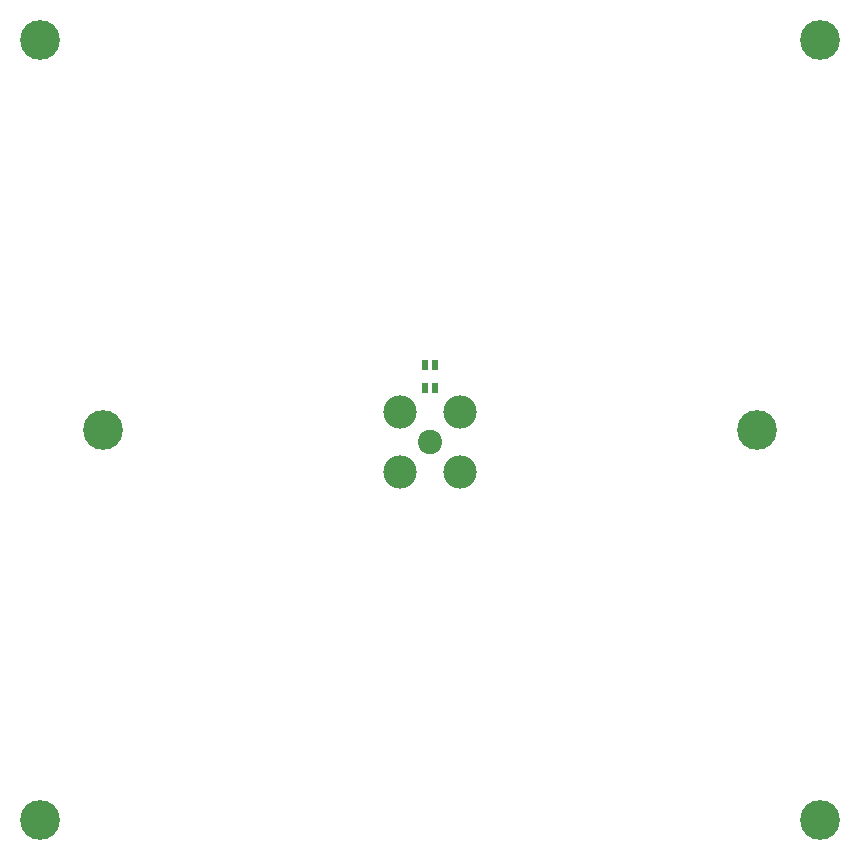
<source format=gts>
G75*
%MOIN*%
%OFA0B0*%
%FSLAX24Y24*%
%IPPOS*%
%LPD*%
%AMOC8*
5,1,8,0,0,1.08239X$1,22.5*
%
%ADD10C,0.0810*%
%ADD11C,0.1110*%
%ADD12R,0.0217X0.0355*%
%ADD13C,0.1326*%
D10*
X019471Y019078D03*
D11*
X018467Y018074D03*
X018467Y020082D03*
X020475Y020082D03*
X020475Y018074D03*
D12*
X019629Y020859D03*
X019314Y020859D03*
X019314Y021627D03*
X019629Y021627D03*
D13*
X006479Y006479D03*
X008566Y019471D03*
X006479Y032463D03*
X030377Y019471D03*
X032463Y006479D03*
X032463Y032463D03*
M02*

</source>
